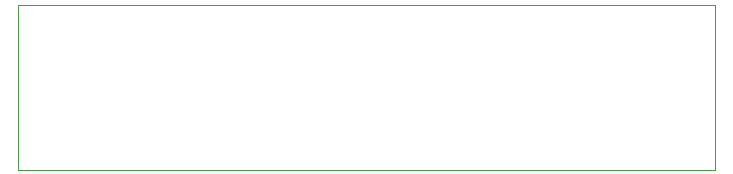
<source format=gbr>
%TF.GenerationSoftware,KiCad,Pcbnew,(5.1.6)-1*%
%TF.CreationDate,2020-09-14T19:28:27+02:00*%
%TF.ProjectId,vacuumSensor,76616375-756d-4536-956e-736f722e6b69,rev?*%
%TF.SameCoordinates,Original*%
%TF.FileFunction,Profile,NP*%
%FSLAX46Y46*%
G04 Gerber Fmt 4.6, Leading zero omitted, Abs format (unit mm)*
G04 Created by KiCad (PCBNEW (5.1.6)-1) date 2020-09-14 19:28:27*
%MOMM*%
%LPD*%
G01*
G04 APERTURE LIST*
%TA.AperFunction,Profile*%
%ADD10C,0.050000*%
%TD*%
G04 APERTURE END LIST*
D10*
X97790000Y-103505000D02*
X97790000Y-89535000D01*
X156845000Y-103505000D02*
X97790000Y-103505000D01*
X156845000Y-89535000D02*
X156845000Y-103505000D01*
X97790000Y-89535000D02*
X156845000Y-89535000D01*
M02*

</source>
